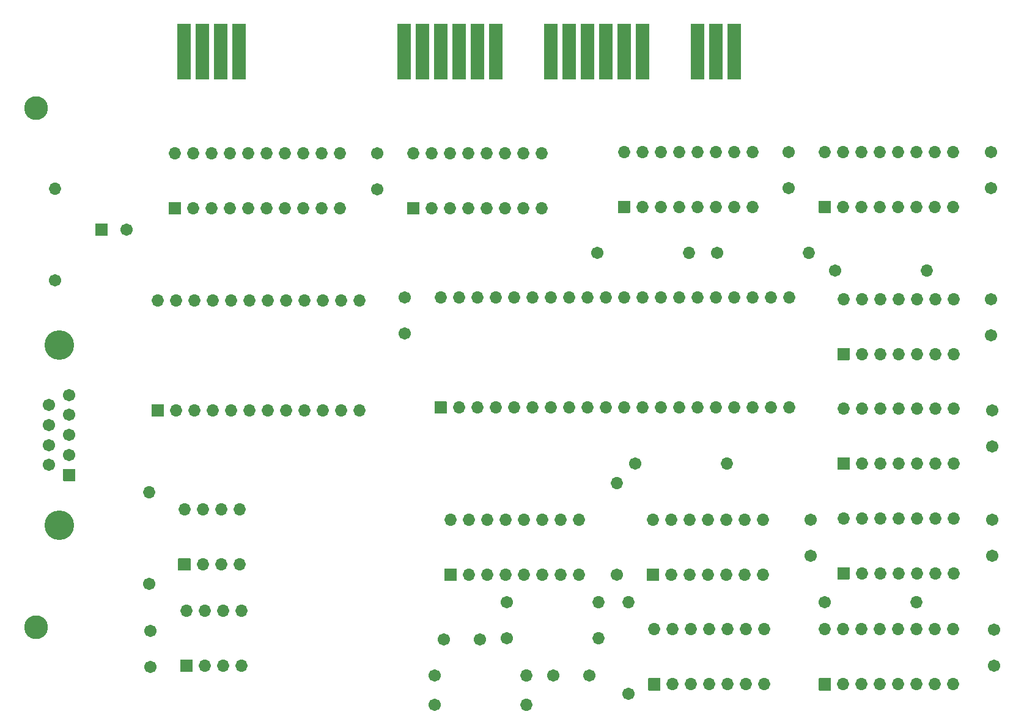
<source format=gbs>
G04 #@! TF.GenerationSoftware,KiCad,Pcbnew,5.1.10*
G04 #@! TF.CreationDate,2021-08-06T08:54:22+02:00*
G04 #@! TF.ProjectId,nano,6e616e6f-2e6b-4696-9361-645f70636258,rev?*
G04 #@! TF.SameCoordinates,Original*
G04 #@! TF.FileFunction,Soldermask,Bot*
G04 #@! TF.FilePolarity,Negative*
%FSLAX46Y46*%
G04 Gerber Fmt 4.6, Leading zero omitted, Abs format (unit mm)*
G04 Created by KiCad (PCBNEW 5.1.10) date 2021-08-06 08:54:22*
%MOMM*%
%LPD*%
G01*
G04 APERTURE LIST*
%ADD10C,4.102000*%
%ADD11C,1.702000*%
%ADD12C,3.302000*%
%ADD13O,1.702000X1.702000*%
G04 APERTURE END LIST*
D10*
X90655000Y-105131000D03*
X90655000Y-80131000D03*
D11*
X89235000Y-88476000D03*
X89235000Y-91246000D03*
X89235000Y-94016000D03*
X89235000Y-96786000D03*
X92075000Y-87091000D03*
X92075000Y-89861000D03*
X92075000Y-92631000D03*
X92075000Y-95401000D03*
G36*
G01*
X91275000Y-97320000D02*
X92875000Y-97320000D01*
G75*
G02*
X92926000Y-97371000I0J-51000D01*
G01*
X92926000Y-98971000D01*
G75*
G02*
X92875000Y-99022000I-51000J0D01*
G01*
X91275000Y-99022000D01*
G75*
G02*
X91224000Y-98971000I0J51000D01*
G01*
X91224000Y-97371000D01*
G75*
G02*
X91275000Y-97320000I51000J0D01*
G01*
G37*
G36*
G01*
X107009000Y-43280000D02*
X107009000Y-35660000D01*
G75*
G02*
X107060000Y-35609000I51000J0D01*
G01*
X108840000Y-35609000D01*
G75*
G02*
X108891000Y-35660000I0J-51000D01*
G01*
X108891000Y-43280000D01*
G75*
G02*
X108840000Y-43331000I-51000J0D01*
G01*
X107060000Y-43331000D01*
G75*
G02*
X107009000Y-43280000I0J51000D01*
G01*
G37*
G36*
G01*
X109549000Y-43280000D02*
X109549000Y-35660000D01*
G75*
G02*
X109600000Y-35609000I51000J0D01*
G01*
X111380000Y-35609000D01*
G75*
G02*
X111431000Y-35660000I0J-51000D01*
G01*
X111431000Y-43280000D01*
G75*
G02*
X111380000Y-43331000I-51000J0D01*
G01*
X109600000Y-43331000D01*
G75*
G02*
X109549000Y-43280000I0J51000D01*
G01*
G37*
G36*
G01*
X112089000Y-43280000D02*
X112089000Y-35660000D01*
G75*
G02*
X112140000Y-35609000I51000J0D01*
G01*
X113920000Y-35609000D01*
G75*
G02*
X113971000Y-35660000I0J-51000D01*
G01*
X113971000Y-43280000D01*
G75*
G02*
X113920000Y-43331000I-51000J0D01*
G01*
X112140000Y-43331000D01*
G75*
G02*
X112089000Y-43280000I0J51000D01*
G01*
G37*
G36*
G01*
X114629000Y-43280000D02*
X114629000Y-35660000D01*
G75*
G02*
X114680000Y-35609000I51000J0D01*
G01*
X116460000Y-35609000D01*
G75*
G02*
X116511000Y-35660000I0J-51000D01*
G01*
X116511000Y-43280000D01*
G75*
G02*
X116460000Y-43331000I-51000J0D01*
G01*
X114680000Y-43331000D01*
G75*
G02*
X114629000Y-43280000I0J51000D01*
G01*
G37*
G36*
G01*
X137489000Y-43280000D02*
X137489000Y-35660000D01*
G75*
G02*
X137540000Y-35609000I51000J0D01*
G01*
X139320000Y-35609000D01*
G75*
G02*
X139371000Y-35660000I0J-51000D01*
G01*
X139371000Y-43280000D01*
G75*
G02*
X139320000Y-43331000I-51000J0D01*
G01*
X137540000Y-43331000D01*
G75*
G02*
X137489000Y-43280000I0J51000D01*
G01*
G37*
G36*
G01*
X140029000Y-43280000D02*
X140029000Y-35660000D01*
G75*
G02*
X140080000Y-35609000I51000J0D01*
G01*
X141860000Y-35609000D01*
G75*
G02*
X141911000Y-35660000I0J-51000D01*
G01*
X141911000Y-43280000D01*
G75*
G02*
X141860000Y-43331000I-51000J0D01*
G01*
X140080000Y-43331000D01*
G75*
G02*
X140029000Y-43280000I0J51000D01*
G01*
G37*
G36*
G01*
X142569000Y-43280000D02*
X142569000Y-35660000D01*
G75*
G02*
X142620000Y-35609000I51000J0D01*
G01*
X144400000Y-35609000D01*
G75*
G02*
X144451000Y-35660000I0J-51000D01*
G01*
X144451000Y-43280000D01*
G75*
G02*
X144400000Y-43331000I-51000J0D01*
G01*
X142620000Y-43331000D01*
G75*
G02*
X142569000Y-43280000I0J51000D01*
G01*
G37*
G36*
G01*
X145109000Y-43280000D02*
X145109000Y-35660000D01*
G75*
G02*
X145160000Y-35609000I51000J0D01*
G01*
X146940000Y-35609000D01*
G75*
G02*
X146991000Y-35660000I0J-51000D01*
G01*
X146991000Y-43280000D01*
G75*
G02*
X146940000Y-43331000I-51000J0D01*
G01*
X145160000Y-43331000D01*
G75*
G02*
X145109000Y-43280000I0J51000D01*
G01*
G37*
G36*
G01*
X147649000Y-43280000D02*
X147649000Y-35660000D01*
G75*
G02*
X147700000Y-35609000I51000J0D01*
G01*
X149480000Y-35609000D01*
G75*
G02*
X149531000Y-35660000I0J-51000D01*
G01*
X149531000Y-43280000D01*
G75*
G02*
X149480000Y-43331000I-51000J0D01*
G01*
X147700000Y-43331000D01*
G75*
G02*
X147649000Y-43280000I0J51000D01*
G01*
G37*
G36*
G01*
X150189000Y-43280000D02*
X150189000Y-35660000D01*
G75*
G02*
X150240000Y-35609000I51000J0D01*
G01*
X152020000Y-35609000D01*
G75*
G02*
X152071000Y-35660000I0J-51000D01*
G01*
X152071000Y-43280000D01*
G75*
G02*
X152020000Y-43331000I-51000J0D01*
G01*
X150240000Y-43331000D01*
G75*
G02*
X150189000Y-43280000I0J51000D01*
G01*
G37*
G36*
G01*
X157809000Y-43280000D02*
X157809000Y-35660000D01*
G75*
G02*
X157860000Y-35609000I51000J0D01*
G01*
X159640000Y-35609000D01*
G75*
G02*
X159691000Y-35660000I0J-51000D01*
G01*
X159691000Y-43280000D01*
G75*
G02*
X159640000Y-43331000I-51000J0D01*
G01*
X157860000Y-43331000D01*
G75*
G02*
X157809000Y-43280000I0J51000D01*
G01*
G37*
G36*
G01*
X160349000Y-43280000D02*
X160349000Y-35660000D01*
G75*
G02*
X160400000Y-35609000I51000J0D01*
G01*
X162180000Y-35609000D01*
G75*
G02*
X162231000Y-35660000I0J-51000D01*
G01*
X162231000Y-43280000D01*
G75*
G02*
X162180000Y-43331000I-51000J0D01*
G01*
X160400000Y-43331000D01*
G75*
G02*
X160349000Y-43280000I0J51000D01*
G01*
G37*
G36*
G01*
X162889000Y-43280000D02*
X162889000Y-35660000D01*
G75*
G02*
X162940000Y-35609000I51000J0D01*
G01*
X164720000Y-35609000D01*
G75*
G02*
X164771000Y-35660000I0J-51000D01*
G01*
X164771000Y-43280000D01*
G75*
G02*
X164720000Y-43331000I-51000J0D01*
G01*
X162940000Y-43331000D01*
G75*
G02*
X162889000Y-43280000I0J51000D01*
G01*
G37*
G36*
G01*
X165429000Y-43280000D02*
X165429000Y-35660000D01*
G75*
G02*
X165480000Y-35609000I51000J0D01*
G01*
X167260000Y-35609000D01*
G75*
G02*
X167311000Y-35660000I0J-51000D01*
G01*
X167311000Y-43280000D01*
G75*
G02*
X167260000Y-43331000I-51000J0D01*
G01*
X165480000Y-43331000D01*
G75*
G02*
X165429000Y-43280000I0J51000D01*
G01*
G37*
G36*
G01*
X167969000Y-43280000D02*
X167969000Y-35660000D01*
G75*
G02*
X168020000Y-35609000I51000J0D01*
G01*
X169800000Y-35609000D01*
G75*
G02*
X169851000Y-35660000I0J-51000D01*
G01*
X169851000Y-43280000D01*
G75*
G02*
X169800000Y-43331000I-51000J0D01*
G01*
X168020000Y-43331000D01*
G75*
G02*
X167969000Y-43280000I0J51000D01*
G01*
G37*
G36*
G01*
X170509000Y-43280000D02*
X170509000Y-35660000D01*
G75*
G02*
X170560000Y-35609000I51000J0D01*
G01*
X172340000Y-35609000D01*
G75*
G02*
X172391000Y-35660000I0J-51000D01*
G01*
X172391000Y-43280000D01*
G75*
G02*
X172340000Y-43331000I-51000J0D01*
G01*
X170560000Y-43331000D01*
G75*
G02*
X170509000Y-43280000I0J51000D01*
G01*
G37*
G36*
G01*
X178129000Y-43280000D02*
X178129000Y-35660000D01*
G75*
G02*
X178180000Y-35609000I51000J0D01*
G01*
X179960000Y-35609000D01*
G75*
G02*
X180011000Y-35660000I0J-51000D01*
G01*
X180011000Y-43280000D01*
G75*
G02*
X179960000Y-43331000I-51000J0D01*
G01*
X178180000Y-43331000D01*
G75*
G02*
X178129000Y-43280000I0J51000D01*
G01*
G37*
G36*
G01*
X180669000Y-43280000D02*
X180669000Y-35660000D01*
G75*
G02*
X180720000Y-35609000I51000J0D01*
G01*
X182500000Y-35609000D01*
G75*
G02*
X182551000Y-35660000I0J-51000D01*
G01*
X182551000Y-43280000D01*
G75*
G02*
X182500000Y-43331000I-51000J0D01*
G01*
X180720000Y-43331000D01*
G75*
G02*
X180669000Y-43280000I0J51000D01*
G01*
G37*
G36*
G01*
X183209000Y-43280000D02*
X183209000Y-35660000D01*
G75*
G02*
X183260000Y-35609000I51000J0D01*
G01*
X185040000Y-35609000D01*
G75*
G02*
X185091000Y-35660000I0J-51000D01*
G01*
X185091000Y-43280000D01*
G75*
G02*
X185040000Y-43331000I-51000J0D01*
G01*
X183260000Y-43331000D01*
G75*
G02*
X183209000Y-43280000I0J51000D01*
G01*
G37*
D12*
X87500000Y-47300000D03*
X87500000Y-119300000D03*
D13*
X155400000Y-130000000D03*
D11*
X142700000Y-130000000D03*
D13*
X177900000Y-67400000D03*
D11*
X165200000Y-67400000D03*
D13*
X183100000Y-96600000D03*
D11*
X170400000Y-96600000D03*
D13*
X169500000Y-115800000D03*
D11*
X169500000Y-128500000D03*
D13*
X167900000Y-99300000D03*
D11*
X167900000Y-112000000D03*
X164100000Y-126000000D03*
X159100000Y-126000000D03*
X148900000Y-121000000D03*
X143900000Y-121000000D03*
D13*
X103100000Y-100600000D03*
D11*
X103100000Y-113300000D03*
D13*
X90100000Y-58500000D03*
D11*
X90100000Y-71200000D03*
D13*
X194500000Y-67400000D03*
D11*
X181800000Y-67400000D03*
D13*
X210800000Y-69800000D03*
D11*
X198100000Y-69800000D03*
D13*
X209400000Y-115800000D03*
D11*
X196700000Y-115800000D03*
D13*
X165400000Y-115800000D03*
D11*
X152700000Y-115800000D03*
D13*
X165400000Y-120800000D03*
D11*
X152700000Y-120800000D03*
D13*
X155400000Y-126000000D03*
D11*
X142700000Y-126000000D03*
X138500000Y-73600000D03*
X138500000Y-78600000D03*
X134700000Y-53600000D03*
X134700000Y-58600000D03*
X191700000Y-53400000D03*
X191700000Y-58400000D03*
X103300000Y-124800000D03*
X103300000Y-119800000D03*
X194700000Y-104400000D03*
X194700000Y-109400000D03*
X220100000Y-119600000D03*
X220100000Y-124600000D03*
X219900000Y-104400000D03*
X219900000Y-109400000D03*
X219900000Y-89200000D03*
X219900000Y-94200000D03*
X219700000Y-73800000D03*
X219700000Y-78800000D03*
X219700000Y-53400000D03*
X219700000Y-58400000D03*
D13*
X173100000Y-119580000D03*
X188340000Y-127200000D03*
X175640000Y-119580000D03*
X185800000Y-127200000D03*
X178180000Y-119580000D03*
X183260000Y-127200000D03*
X180720000Y-119580000D03*
X180720000Y-127200000D03*
X183260000Y-119580000D03*
X178180000Y-127200000D03*
X185800000Y-119580000D03*
X175640000Y-127200000D03*
X188340000Y-119580000D03*
G36*
G01*
X173900000Y-128051000D02*
X172300000Y-128051000D01*
G75*
G02*
X172249000Y-128000000I0J51000D01*
G01*
X172249000Y-126400000D01*
G75*
G02*
X172300000Y-126349000I51000J0D01*
G01*
X173900000Y-126349000D01*
G75*
G02*
X173951000Y-126400000I0J-51000D01*
G01*
X173951000Y-128000000D01*
G75*
G02*
X173900000Y-128051000I-51000J0D01*
G01*
G37*
X196700000Y-119580000D03*
X214480000Y-127200000D03*
X199240000Y-119580000D03*
X211940000Y-127200000D03*
X201780000Y-119580000D03*
X209400000Y-127200000D03*
X204320000Y-119580000D03*
X206860000Y-127200000D03*
X206860000Y-119580000D03*
X204320000Y-127200000D03*
X209400000Y-119580000D03*
X201780000Y-127200000D03*
X211940000Y-119580000D03*
X199240000Y-127200000D03*
X214480000Y-119580000D03*
G36*
G01*
X197500000Y-128051000D02*
X195900000Y-128051000D01*
G75*
G02*
X195849000Y-128000000I0J51000D01*
G01*
X195849000Y-126400000D01*
G75*
G02*
X195900000Y-126349000I51000J0D01*
G01*
X197500000Y-126349000D01*
G75*
G02*
X197551000Y-126400000I0J-51000D01*
G01*
X197551000Y-128000000D01*
G75*
G02*
X197500000Y-128051000I-51000J0D01*
G01*
G37*
X144900000Y-104380000D03*
X162680000Y-112000000D03*
X147440000Y-104380000D03*
X160140000Y-112000000D03*
X149980000Y-104380000D03*
X157600000Y-112000000D03*
X152520000Y-104380000D03*
X155060000Y-112000000D03*
X155060000Y-104380000D03*
X152520000Y-112000000D03*
X157600000Y-104380000D03*
X149980000Y-112000000D03*
X160140000Y-104380000D03*
X147440000Y-112000000D03*
X162680000Y-104380000D03*
G36*
G01*
X145700000Y-112851000D02*
X144100000Y-112851000D01*
G75*
G02*
X144049000Y-112800000I0J51000D01*
G01*
X144049000Y-111200000D01*
G75*
G02*
X144100000Y-111149000I51000J0D01*
G01*
X145700000Y-111149000D01*
G75*
G02*
X145751000Y-111200000I0J-51000D01*
G01*
X145751000Y-112800000D01*
G75*
G02*
X145700000Y-112851000I-51000J0D01*
G01*
G37*
X172900000Y-104380000D03*
X188140000Y-112000000D03*
X175440000Y-104380000D03*
X185600000Y-112000000D03*
X177980000Y-104380000D03*
X183060000Y-112000000D03*
X180520000Y-104380000D03*
X180520000Y-112000000D03*
X183060000Y-104380000D03*
X177980000Y-112000000D03*
X185600000Y-104380000D03*
X175440000Y-112000000D03*
X188140000Y-104380000D03*
G36*
G01*
X173700000Y-112851000D02*
X172100000Y-112851000D01*
G75*
G02*
X172049000Y-112800000I0J51000D01*
G01*
X172049000Y-111200000D01*
G75*
G02*
X172100000Y-111149000I51000J0D01*
G01*
X173700000Y-111149000D01*
G75*
G02*
X173751000Y-111200000I0J-51000D01*
G01*
X173751000Y-112800000D01*
G75*
G02*
X173700000Y-112851000I-51000J0D01*
G01*
G37*
X199300000Y-104180000D03*
X214540000Y-111800000D03*
X201840000Y-104180000D03*
X212000000Y-111800000D03*
X204380000Y-104180000D03*
X209460000Y-111800000D03*
X206920000Y-104180000D03*
X206920000Y-111800000D03*
X209460000Y-104180000D03*
X204380000Y-111800000D03*
X212000000Y-104180000D03*
X201840000Y-111800000D03*
X214540000Y-104180000D03*
G36*
G01*
X200100000Y-112651000D02*
X198500000Y-112651000D01*
G75*
G02*
X198449000Y-112600000I0J51000D01*
G01*
X198449000Y-111000000D01*
G75*
G02*
X198500000Y-110949000I51000J0D01*
G01*
X200100000Y-110949000D01*
G75*
G02*
X200151000Y-111000000I0J-51000D01*
G01*
X200151000Y-112600000D01*
G75*
G02*
X200100000Y-112651000I-51000J0D01*
G01*
G37*
X199300000Y-88980000D03*
X214540000Y-96600000D03*
X201840000Y-88980000D03*
X212000000Y-96600000D03*
X204380000Y-88980000D03*
X209460000Y-96600000D03*
X206920000Y-88980000D03*
X206920000Y-96600000D03*
X209460000Y-88980000D03*
X204380000Y-96600000D03*
X212000000Y-88980000D03*
X201840000Y-96600000D03*
X214540000Y-88980000D03*
G36*
G01*
X200100000Y-97451000D02*
X198500000Y-97451000D01*
G75*
G02*
X198449000Y-97400000I0J51000D01*
G01*
X198449000Y-95800000D01*
G75*
G02*
X198500000Y-95749000I51000J0D01*
G01*
X200100000Y-95749000D01*
G75*
G02*
X200151000Y-95800000I0J-51000D01*
G01*
X200151000Y-97400000D01*
G75*
G02*
X200100000Y-97451000I-51000J0D01*
G01*
G37*
X199300000Y-73780000D03*
X214540000Y-81400000D03*
X201840000Y-73780000D03*
X212000000Y-81400000D03*
X204380000Y-73780000D03*
X209460000Y-81400000D03*
X206920000Y-73780000D03*
X206920000Y-81400000D03*
X209460000Y-73780000D03*
X204380000Y-81400000D03*
X212000000Y-73780000D03*
X201840000Y-81400000D03*
X214540000Y-73780000D03*
G36*
G01*
X200100000Y-82251000D02*
X198500000Y-82251000D01*
G75*
G02*
X198449000Y-82200000I0J51000D01*
G01*
X198449000Y-80600000D01*
G75*
G02*
X198500000Y-80549000I51000J0D01*
G01*
X200100000Y-80549000D01*
G75*
G02*
X200151000Y-80600000I0J-51000D01*
G01*
X200151000Y-82200000D01*
G75*
G02*
X200100000Y-82251000I-51000J0D01*
G01*
G37*
X196700000Y-53380000D03*
X214480000Y-61000000D03*
X199240000Y-53380000D03*
X211940000Y-61000000D03*
X201780000Y-53380000D03*
X209400000Y-61000000D03*
X204320000Y-53380000D03*
X206860000Y-61000000D03*
X206860000Y-53380000D03*
X204320000Y-61000000D03*
X209400000Y-53380000D03*
X201780000Y-61000000D03*
X211940000Y-53380000D03*
X199240000Y-61000000D03*
X214480000Y-53380000D03*
G36*
G01*
X197500000Y-61851000D02*
X195900000Y-61851000D01*
G75*
G02*
X195849000Y-61800000I0J51000D01*
G01*
X195849000Y-60200000D01*
G75*
G02*
X195900000Y-60149000I51000J0D01*
G01*
X197500000Y-60149000D01*
G75*
G02*
X197551000Y-60200000I0J-51000D01*
G01*
X197551000Y-61800000D01*
G75*
G02*
X197500000Y-61851000I-51000J0D01*
G01*
G37*
X168900000Y-53380000D03*
X186680000Y-61000000D03*
X171440000Y-53380000D03*
X184140000Y-61000000D03*
X173980000Y-53380000D03*
X181600000Y-61000000D03*
X176520000Y-53380000D03*
X179060000Y-61000000D03*
X179060000Y-53380000D03*
X176520000Y-61000000D03*
X181600000Y-53380000D03*
X173980000Y-61000000D03*
X184140000Y-53380000D03*
X171440000Y-61000000D03*
X186680000Y-53380000D03*
G36*
G01*
X169700000Y-61851000D02*
X168100000Y-61851000D01*
G75*
G02*
X168049000Y-61800000I0J51000D01*
G01*
X168049000Y-60200000D01*
G75*
G02*
X168100000Y-60149000I51000J0D01*
G01*
X169700000Y-60149000D01*
G75*
G02*
X169751000Y-60200000I0J-51000D01*
G01*
X169751000Y-61800000D01*
G75*
G02*
X169700000Y-61851000I-51000J0D01*
G01*
G37*
X139700000Y-53580000D03*
X157480000Y-61200000D03*
X142240000Y-53580000D03*
X154940000Y-61200000D03*
X144780000Y-53580000D03*
X152400000Y-61200000D03*
X147320000Y-53580000D03*
X149860000Y-61200000D03*
X149860000Y-53580000D03*
X147320000Y-61200000D03*
X152400000Y-53580000D03*
X144780000Y-61200000D03*
X154940000Y-53580000D03*
X142240000Y-61200000D03*
X157480000Y-53580000D03*
G36*
G01*
X140500000Y-62051000D02*
X138900000Y-62051000D01*
G75*
G02*
X138849000Y-62000000I0J51000D01*
G01*
X138849000Y-60400000D01*
G75*
G02*
X138900000Y-60349000I51000J0D01*
G01*
X140500000Y-60349000D01*
G75*
G02*
X140551000Y-60400000I0J-51000D01*
G01*
X140551000Y-62000000D01*
G75*
G02*
X140500000Y-62051000I-51000J0D01*
G01*
G37*
X106700000Y-53600000D03*
X129560000Y-61220000D03*
X109240000Y-53600000D03*
X127020000Y-61220000D03*
X111780000Y-53600000D03*
X124480000Y-61220000D03*
X114320000Y-53600000D03*
X121940000Y-61220000D03*
X116860000Y-53600000D03*
X119400000Y-61220000D03*
X119400000Y-53600000D03*
X116860000Y-61220000D03*
X121940000Y-53600000D03*
X114320000Y-61220000D03*
X124480000Y-53600000D03*
X111780000Y-61220000D03*
X127020000Y-53600000D03*
X109240000Y-61220000D03*
X129560000Y-53600000D03*
G36*
G01*
X107500000Y-62071000D02*
X105900000Y-62071000D01*
G75*
G02*
X105849000Y-62020000I0J51000D01*
G01*
X105849000Y-60420000D01*
G75*
G02*
X105900000Y-60369000I51000J0D01*
G01*
X107500000Y-60369000D01*
G75*
G02*
X107551000Y-60420000I0J-51000D01*
G01*
X107551000Y-62020000D01*
G75*
G02*
X107500000Y-62071000I-51000J0D01*
G01*
G37*
X104300000Y-73960000D03*
X132240000Y-89200000D03*
X106840000Y-73960000D03*
X129700000Y-89200000D03*
X109380000Y-73960000D03*
X127160000Y-89200000D03*
X111920000Y-73960000D03*
X124620000Y-89200000D03*
X114460000Y-73960000D03*
X122080000Y-89200000D03*
X117000000Y-73960000D03*
X119540000Y-89200000D03*
X119540000Y-73960000D03*
X117000000Y-89200000D03*
X122080000Y-73960000D03*
X114460000Y-89200000D03*
X124620000Y-73960000D03*
X111920000Y-89200000D03*
X127160000Y-73960000D03*
X109380000Y-89200000D03*
X129700000Y-73960000D03*
X106840000Y-89200000D03*
X132240000Y-73960000D03*
G36*
G01*
X105100000Y-90051000D02*
X103500000Y-90051000D01*
G75*
G02*
X103449000Y-90000000I0J51000D01*
G01*
X103449000Y-88400000D01*
G75*
G02*
X103500000Y-88349000I51000J0D01*
G01*
X105100000Y-88349000D01*
G75*
G02*
X105151000Y-88400000I0J-51000D01*
G01*
X105151000Y-90000000D01*
G75*
G02*
X105100000Y-90051000I-51000J0D01*
G01*
G37*
X108300000Y-116980000D03*
X115920000Y-124600000D03*
X110840000Y-116980000D03*
X113380000Y-124600000D03*
X113380000Y-116980000D03*
X110840000Y-124600000D03*
X115920000Y-116980000D03*
G36*
G01*
X109100000Y-125451000D02*
X107500000Y-125451000D01*
G75*
G02*
X107449000Y-125400000I0J51000D01*
G01*
X107449000Y-123800000D01*
G75*
G02*
X107500000Y-123749000I51000J0D01*
G01*
X109100000Y-123749000D01*
G75*
G02*
X109151000Y-123800000I0J-51000D01*
G01*
X109151000Y-125400000D01*
G75*
G02*
X109100000Y-125451000I-51000J0D01*
G01*
G37*
X108000000Y-102980000D03*
X115620000Y-110600000D03*
X110540000Y-102980000D03*
X113080000Y-110600000D03*
X113080000Y-102980000D03*
X110540000Y-110600000D03*
X115620000Y-102980000D03*
G36*
G01*
X108800000Y-111451000D02*
X107200000Y-111451000D01*
G75*
G02*
X107149000Y-111400000I0J51000D01*
G01*
X107149000Y-109800000D01*
G75*
G02*
X107200000Y-109749000I51000J0D01*
G01*
X108800000Y-109749000D01*
G75*
G02*
X108851000Y-109800000I0J-51000D01*
G01*
X108851000Y-111400000D01*
G75*
G02*
X108800000Y-111451000I-51000J0D01*
G01*
G37*
X143500000Y-73600000D03*
X191760000Y-88840000D03*
X146040000Y-73600000D03*
X189220000Y-88840000D03*
X148580000Y-73600000D03*
X186680000Y-88840000D03*
X151120000Y-73600000D03*
X184140000Y-88840000D03*
X153660000Y-73600000D03*
X181600000Y-88840000D03*
X156200000Y-73600000D03*
X179060000Y-88840000D03*
X158740000Y-73600000D03*
X176520000Y-88840000D03*
X161280000Y-73600000D03*
X173980000Y-88840000D03*
X163820000Y-73600000D03*
X171440000Y-88840000D03*
X166360000Y-73600000D03*
X168900000Y-88840000D03*
X168900000Y-73600000D03*
X166360000Y-88840000D03*
X171440000Y-73600000D03*
X163820000Y-88840000D03*
X173980000Y-73600000D03*
X161280000Y-88840000D03*
X176520000Y-73600000D03*
X158740000Y-88840000D03*
X179060000Y-73600000D03*
X156200000Y-88840000D03*
X181600000Y-73600000D03*
X153660000Y-88840000D03*
X184140000Y-73600000D03*
X151120000Y-88840000D03*
X186680000Y-73600000D03*
X148580000Y-88840000D03*
X189220000Y-73600000D03*
X146040000Y-88840000D03*
X191760000Y-73600000D03*
G36*
G01*
X144300000Y-89691000D02*
X142700000Y-89691000D01*
G75*
G02*
X142649000Y-89640000I0J51000D01*
G01*
X142649000Y-88040000D01*
G75*
G02*
X142700000Y-87989000I51000J0D01*
G01*
X144300000Y-87989000D01*
G75*
G02*
X144351000Y-88040000I0J-51000D01*
G01*
X144351000Y-89640000D01*
G75*
G02*
X144300000Y-89691000I-51000J0D01*
G01*
G37*
G36*
G01*
X95669000Y-64935000D02*
X95669000Y-63335000D01*
G75*
G02*
X95720000Y-63284000I51000J0D01*
G01*
X97320000Y-63284000D01*
G75*
G02*
X97371000Y-63335000I0J-51000D01*
G01*
X97371000Y-64935000D01*
G75*
G02*
X97320000Y-64986000I-51000J0D01*
G01*
X95720000Y-64986000D01*
G75*
G02*
X95669000Y-64935000I0J51000D01*
G01*
G37*
D11*
X100020000Y-64135000D03*
M02*

</source>
